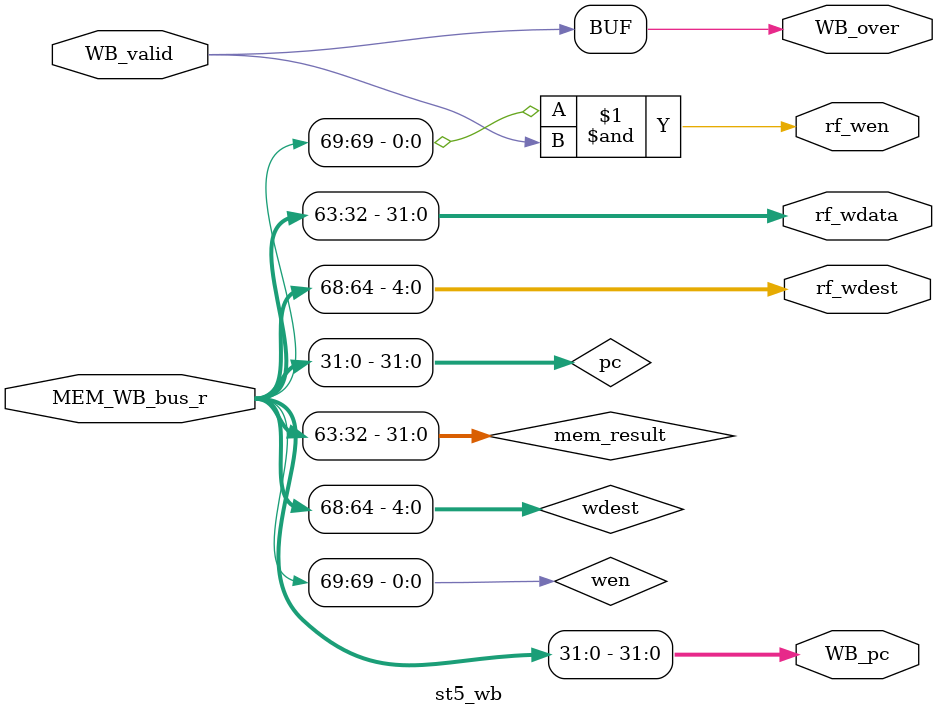
<source format=v>
`timescale 1ps / 1ps
module st5_wb (  // Ð´»Ø
    input WB_valid,  // Ð´»Ø¼¶ÓÐÐ§
    input [69:0] MEM_WB_bus_r,  // MEM->WB×ÜÏß
    output rf_wen,  // ¼Ä´æÆ÷Ð´Ê¹ÄÜ
    output [4:0] rf_wdest,  // ¼Ä´æÆ÷Ð´µØÖ·
    output [31:0] rf_wdata,  // ¼Ä´æÆ÷Ð´Êý¾Ý
    output WB_over,  // WBÄ£¿éÖ´ÐÐÍê³É

    // Õ¹Ê¾pc
    output [31:0] WB_pc
);
  // MEM->WB×ÜÏß begin
  // ¼Ä´æÆ÷¶ÑÐ´Ê¹ÄÜºÍÐ´µØÖ·
  wire wen;
  wire [4:0] wdest;

  // MEM´«À´µÄresult
  wire [31:0] mem_result;

  // pc
  wire [31:0] pc;
  assign {wen, wdest, mem_result, pc} = MEM_WB_bus_r;
  // MEM->WB end

  // WBÖ´ÐÐÍê³É begin
  // WBÄ£¿éÖ»ÊÇ´«µÝ¼Ä´æÆ÷¶ÑµÄ Ð´Ê¹ÄÜ Ð´µØÖ· Ð´Êý¾Ý
  // ¿ÉÔÚÒ»ÅÄÄÚÍê³É
  // ¹ÊWB_valid¼´ÊÇWB_overÐÅºÅ
  assign WB_over = WB_valid;
  // WBÖ´ÐÐÍê³É end

  // WB->regfileÐÅºÅ begin
  assign rf_wen = wen & WB_valid;
  assign rf_wdest = wdest;
  assign rf_wdata = mem_result;
  // WB->regfileÐÅºÅ end

  // display WB_pc begin
  assign WB_pc = pc;
  // display WB_pc end
endmodule

</source>
